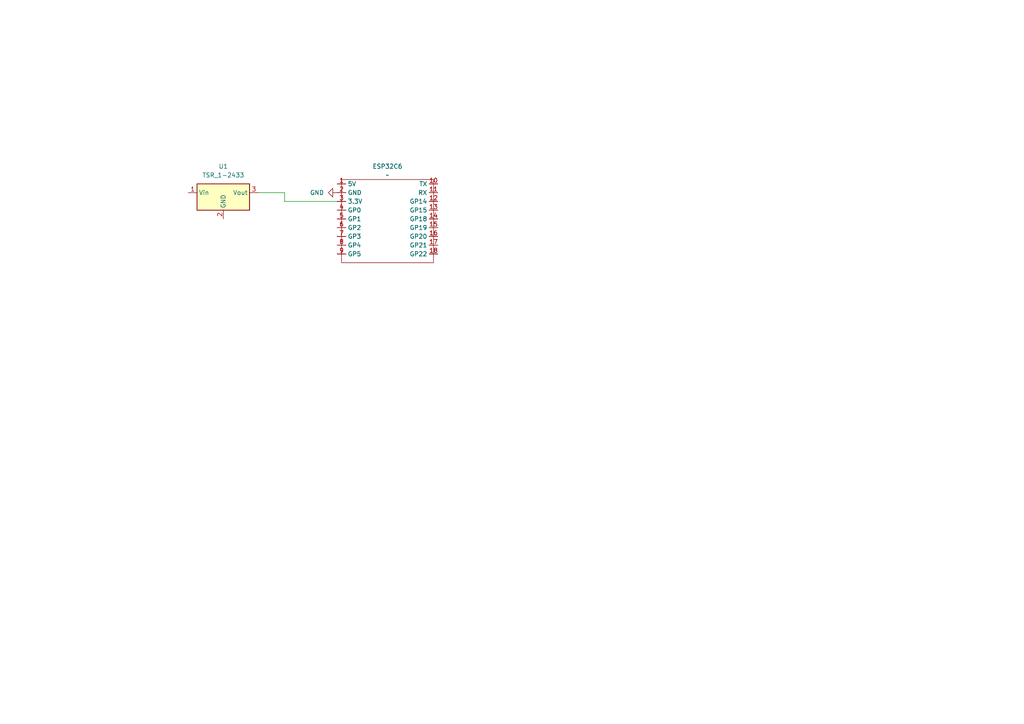
<source format=kicad_sch>
(kicad_sch (version 20231120) (generator "eeschema") (generator_version "8.0")
  (paper "A4")
  (lib_symbols
    (symbol "Regulator_Switching:TSR_1-2433"
      (property "Reference" "U" (at -7.62 6.35 0))
      (property "Value" "TSR_1-2433" (at -1.27 6.35 0))
      (symbol "TSR_1-2433_0_1"
        (rectangle (start -7.62 5.08) (end 7.62 -2.54) (stroke (width 0.254)) (fill (type background)))
      )
      (symbol "TSR_1-2433_1_1"
        (pin power_in line (at -10.16 2.54 0) (length 2.54) (name "Vin") (number "1"))
        (pin power_in line (at 0 -5.08 90) (length 2.54) (name "GND") (number "2"))
        (pin power_out line (at 10.16 2.54 180) (length 2.54) (name "Vout") (number "3"))
      )
    )
    (symbol "Waveshare:Waveshare_ESP32-C6_Mini_Development_Board"
      (property "Reference" "Waveshare ESP32-C6 Mini Development Board" (at 0 0 0))
      (symbol "Waveshare_ESP32-C6_Mini_Development_Board_0_1"
        (rectangle (start -12.7 27.94) (end 13.97 3.81))
      )
      (symbol "Waveshare_ESP32-C6_Mini_Development_Board_1_1"
        (pin bidirectional line (at -13.97 26.67 0) (length 2.54) (name "5V") (number "1"))
        (pin output line (at 15.24 26.67 180) (length 2.54) (name "TX") (number "10"))
        (pin input line (at 15.24 24.13 180) (length 2.54) (name "RX") (number "11"))
        (pin bidirectional line (at 15.24 21.59 180) (length 2.54) (name "GP14") (number "12"))
        (pin bidirectional line (at 15.24 19.05 180) (length 2.54) (name "GP15") (number "13"))
        (pin bidirectional line (at 15.24 16.51 180) (length 2.54) (name "GP18") (number "14"))
        (pin bidirectional line (at 15.24 13.97 180) (length 2.54) (name "GP19") (number "15"))
        (pin bidirectional line (at 15.24 11.43 180) (length 2.54) (name "GP20") (number "16"))
        (pin bidirectional line (at 15.24 8.89 180) (length 2.54) (name "GP21") (number "17"))
        (pin bidirectional line (at 15.24 6.35 180) (length 2.54) (name "GP22") (number "18"))
        (pin passive line (at -13.97 24.13 0) (length 2.54) (name "GND") (number "2"))
        (pin output line (at -13.97 21.59 0) (length 2.54) (name "3.3V") (number "3"))
        (pin bidirectional line (at -13.97 19.05 0) (length 2.54) (name "GP0") (number "4"))
        (pin bidirectional line (at -13.97 16.51 0) (length 2.54) (name "GP1") (number "5"))
        (pin bidirectional line (at -13.97 13.97 0) (length 2.54) (name "GP2") (number "6"))
        (pin bidirectional line (at -13.97 11.43 0) (length 2.54) (name "GP3") (number "7"))
        (pin bidirectional line (at -13.97 8.89 0) (length 2.54) (name "GP4") (number "8"))
        (pin bidirectional line (at -13.97 6.35 0) (length 2.54) (name "GP5") (number "9"))
      )
    )
    (symbol "power:GND" (power) (pin_numbers hide) (pin_names (offset 0) hide)
      (property "Value" "GND" (at 0 -3.81 0))
      (symbol "GND_0_1"
        (polyline (pts (xy 0 0) (xy 0 -1.27) (xy 1.27 -1.27) (xy 0 -2.54) (xy -1.27 -1.27) (xy 0 -1.27)))
      )
      (symbol "GND_1_1"
        (pin power_in line (at 0 0 270) (length 0) (name "~") (number "1"))
      )
    )
  )
  (wire (pts (xy 82.55 58.42) (xy 97.79 58.42)))
  (wire (pts (xy 82.55 55.88) (xy 82.55 58.42)))
  (wire (pts (xy 74.93 55.88) (xy 82.55 55.88)))
  (symbol (lib_id "Waveshare:Waveshare_ESP32-C6_Mini_Development_Board") (at 111.76 80.01 0) (unit 1)
    (property "Reference" "ESP32C6" (at 112.395 48.26 0))
    (property "Value" "~" (at 112.395 50.8 0))
    (property "Footprint" "Waveshare:Waveshare ESP32-C6 Mini Development Board" (effects (hide yes)))
  )
  (symbol (lib_id "Regulator_Switching:TSR_1-2433") (at 64.77 58.42 0) (unit 1)
    (property "Reference" "U1" (at 64.77 48.26 0))
    (property "Value" "TSR_1-2433" (at 64.77 50.8 0))
    (property "Footprint" "Converter_DCDC:Converter_DCDC_TRACO_TSR-1_THT" (effects (hide yes)))
    (property "Datasheet" "http://www.tracopower.com/products/tsr1.pdf" (effects (hide yes)))
  )
  (symbol (lib_id "power:GND") (at 97.79 55.88 270) (unit 1)
    (property "Reference" "#PWR01" (effects (hide yes)))
    (property "Value" "GND" (at 93.98 55.8799 90) (effects (justify right)))
    (property "Description" "Power symbol creates a global label with name \"GND\" , ground" (effects (hide yes)))
  )
)
</source>
